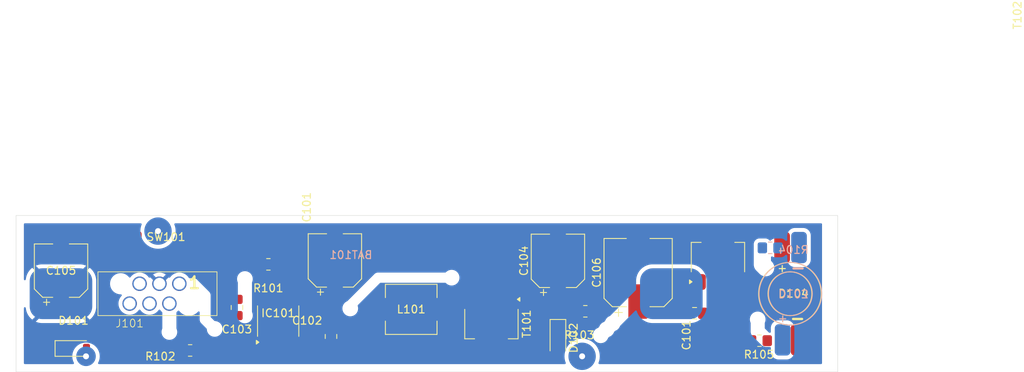
<source format=kicad_pcb>
(kicad_pcb (version 20240108) (generator "pcbnew") (generator_version "8.0")
  (layers (0 "F.Cu" signal) (31 "B.Cu" signal) (34 "B.Paste" user) (35 "F.Paste" user) (36 "B.SilkS" user "B.Silkscreen") (37 "F.SilkS" user "F.Silkscreen") (38 "B.Mask" user) (39 "F.Mask" user) (44 "Edge.Cuts" user))
  (net 0 "")
  (net 1 "GND")
  (net 2 "/PWR_MCU")
  (net 3 "/Reed")
  (net 4 "/ICSPDAT")
  (net 5 "Flash_on")
  (net 6 "+BATT")
  (net 7 "/ICSPCLK")
  (net 8 "/MCLR!")
  (net 9 "/LED_PWR")
  (net 10 "/A1")
  (net 11 "/A2")
  (net 12 "Net-(D102-K)")
  (net 13 "/SW_OUT")
  (net 14 "Net-(D103-K)")
  (net 15 "SW_IN")
  (footprint "Capacitor_SMD:CP_Elec_6.3x7.7" (layer "F.Cu") (at 119.25 105.8 90)
    (property "Reference" "C104" (at 0 -4.35 90) (layer "F.SilkS"))
    (property "Value" "100µF/10V")
    (fp_line (start 3.41 -3.41) (end 3.41 -1.06) (stroke (width 0.12)) (layer "F.SilkS"))
    (fp_line (start -2.345563 -3.41) (end 3.41 -3.41) (stroke (width 0.12)) (layer "F.SilkS"))
    (fp_line (start -3.41 -2.345563) (end -2.345563 -3.41) (stroke (width 0.12)) (layer "F.SilkS"))
    (fp_line (start -3.41 -2.345563) (end -3.41 -1.06) (stroke (width 0.12)) (layer "F.SilkS"))
    (fp_line (start -4.04375 -2.24125) (end -4.04375 -1.45375) (stroke (width 0.12)) (layer "F.SilkS"))
    (fp_line (start -4.4375 -1.8475) (end -3.65 -1.8475) (stroke (width 0.12)) (layer "F.SilkS"))
    (fp_line (start -3.41 2.345563) (end -3.41 1.06) (stroke (width 0.12)) (layer "F.SilkS"))
    (fp_line (start -3.41 2.345563) (end -2.345563 3.41) (stroke (width 0.12)) (layer "F.SilkS"))
    (fp_line (start 3.41 3.41) (end 3.41 1.06) (stroke (width 0.12)) (layer "F.SilkS"))
    (fp_line (start -2.345563 3.41) (end 3.41 3.41) (stroke (width 0.12)) (layer "F.SilkS"))
    (pad "1" smd roundrect (at -2.7 0 90) (size 3.5 1.6) (layers "F.Cu" "F.Paste" "F.Mask") (roundrect_rratio 0.15625) (net 12 "Net-(D102-K)"))
    (pad "2" smd roundrect (at 2.7 0 90) (size 3.5 1.6) (layers "F.Cu" "F.Paste" "F.Mask") (roundrect_rratio 0.15625) (net 1 "GND"))
  )
  (footprint "Package_TO_SOT_SMD:SOT-223-3_TabPin2" (layer "F.Cu") (at 139.7 105.35 90)
    (property "Reference" "T102" (at 30.95 38.275 90) (layer "F.SilkS"))
    (property "Value" "BUK7880-55A")
    (fp_line (start 1.91 -3.41) (end 1.91 -2.15) (stroke (width 0.12)) (layer "F.SilkS"))
    (fp_line (start -1.85 -3.41) (end 1.91 -3.41) (stroke (width 0.12)) (layer "F.SilkS"))
    (fp_line (start 1.91 3.41) (end 1.91 2.15) (stroke (width 0.12)) (layer "F.SilkS"))
    (fp_line (start -1.85 3.41) (end 1.91 3.41) (stroke (width 0.12)) (layer "F.SilkS"))
    (fp_poly (pts (xy -3.13 -3.31) (xy -3.37 -3.64) (xy -2.89 -3.64) (xy -3.13 -3.31)) (stroke (width 0.12)) (fill solid) (layer "F.SilkS"))
    (pad "1" smd roundrect (at -3.15 -2.3 90) (size 2 1.5) (layers "F.Cu" "F.Paste" "F.Mask") (net 5 "Flash_on"))
    (pad "2" smd roundrect (at -3.15 0 90) (size 2 1.5) (layers "F.Cu" "F.Paste" "F.Mask") (net 14 "Net-(D103-K)"))
    (pad "2" smd roundrect (at 3.15 0 90) (size 2 3.8) (layers "F.Cu" "F.Paste" "F.Mask") (net 14 "Net-(D103-K)"))
    (pad "3" smd roundrect (at -3.15 2.3 90) (size 2 1.5) (layers "F.Cu" "F.Paste" "F.Mask") (net 1 "GND"))
  )
  (footprint "Package_TO_SOT_SMD:SOT-223-3_TabPin2" (layer "F.Cu") (at 110.75 113.85 -90)
    (property "Reference" "T101" (at 0 -4.5 90) (layer "F.SilkS"))
    (property "Value" "BUK7880-55A")
    (fp_line (start -1.85 3.41) (end 1.91 3.41) (stroke (width 0.12)) (layer "F.SilkS"))
    (fp_line (start 1.91 3.41) (end 1.91 2.15) (stroke (width 0.12)) (layer "F.SilkS"))
    (fp_line (start -1.85 -3.41) (end 1.91 -3.41) (stroke (width 0.12)) (layer "F.SilkS"))
    (fp_line (start 1.91 -3.41) (end 1.91 -2.15) (stroke (width 0.12)) (layer "F.SilkS"))
    (fp_poly (pts (xy -3.13 -3.31) (xy -3.37 -3.64) (xy -2.89 -3.64) (xy -3.13 -3.31)) (stroke (width 0.12)) (fill solid) (layer "F.SilkS"))
    (pad "1" smd roundrect (at -3.15 -2.3 270) (size 2 1.5) (layers "F.Cu" "F.Paste" "F.Mask") (net 15 "SW_IN"))
    (pad "2" smd roundrect (at -3.15 0 270) (size 2 1.5) (layers "F.Cu" "F.Paste" "F.Mask") (net 13 "/SW_OUT"))
    (pad "2" smd roundrect (at 3.15 0 270) (size 2 3.8) (layers "F.Cu" "F.Paste" "F.Mask") (net 13 "/SW_OUT"))
    (pad "3" smd roundrect (at -3.15 2.3 270) (size 2 1.5) (layers "F.Cu" "F.Paste" "F.Mask") (net 1 "GND"))
  )
  (footprint "Resistor_SMD:R_0805_2012Metric_Pad1.20x1.40mm_HandSolder" (layer "F.Cu") (at 82.25 106.25)
    (property "Reference" "R101" (at -0.016 3.048 0) (layer "F.SilkS"))
    (property "Value" "10K")
    (fp_line (start -0.227064 -0.735) (end 0.227064 -0.735) (stroke (width 0.12)) (layer "F.SilkS"))
    (fp_line (start -0.227064 0.735) (end 0.227064 0.735) (stroke (width 0.12)) (layer "F.SilkS"))
    (pad "1" smd roundrect (at -1 0) (size 1.2 1.4) (layers "F.Cu" "F.Paste" "F.Mask") (roundrect_rratio 0.208333) (net 2 "/PWR_MCU"))
    (pad "2" smd roundrect (at 1 0) (size 1.2 1.4) (layers "F.Cu" "F.Paste" "F.Mask") (roundrect_rratio 0.208333) (net 3 "/Reed"))
  )
  (footprint "Capacitor_SMD:CP_Elec_6.3x7.7" (layer "F.Cu") (at 55.75 107.05 90)
    (property "Reference" "C105" (at 0 0 0) (layer "F.SilkS"))
    (property "Value" "100µF/10V")
    (fp_line (start 3.41 -3.41) (end 3.41 -1.06) (stroke (width 0.12)) (layer "F.SilkS"))
    (fp_line (start -2.345563 -3.41) (end 3.41 -3.41) (stroke (width 0.12)) (layer "F.SilkS"))
    (fp_line (start -3.41 -2.345563) (end -2.345563 -3.41) (stroke (width 0.12)) (layer "F.SilkS"))
    (fp_line (start -3.41 -2.345563) (end -3.41 -1.06) (stroke (width 0.12)) (layer "F.SilkS"))
    (fp_line (start -4.04375 -2.24125) (end -4.04375 -1.45375) (stroke (width 0.12)) (layer "F.SilkS"))
    (fp_line (start -4.4375 -1.8475) (end -3.65 -1.8475) (stroke (width 0.12)) (layer "F.SilkS"))
    (fp_line (start -3.41 2.345563) (end -3.41 1.06) (stroke (width 0.12)) (layer "F.SilkS"))
    (fp_line (start -3.41 2.345563) (end -2.345563 3.41) (stroke (width 0.12)) (layer "F.SilkS"))
    (fp_line (start 3.41 3.41) (end 3.41 1.06) (stroke (width 0.12)) (layer "F.SilkS"))
    (fp_line (start -2.345563 3.41) (end 3.41 3.41) (stroke (width 0.12)) (layer "F.SilkS"))
    (pad "1" smd roundrect (at -2.7 0 90) (size 3.5 1.6) (layers "F.Cu" "F.Paste" "F.Mask") (roundrect_rratio 0.15625) (net 2 "/PWR_MCU"))
    (pad "2" smd roundrect (at 2.7 0 90) (size 3.5 1.6) (layers "F.Cu" "F.Paste" "F.Mask") (roundrect_rratio 0.15625) (net 1 "GND"))
  )
  (footprint "Capacitor_SMD:CP_Elec_6.3x7.7" (layer "F.Cu") (at 90.75 105.75 90)
    (property "Reference" "C101" (at 6.8 -3.6 90) (layer "F.SilkS"))
    (property "Value" "100µF/10V")
    (fp_line (start 3.41 -3.41) (end 3.41 -1.06) (stroke (width 0.12)) (layer "F.SilkS"))
    (fp_line (start -2.345563 -3.41) (end 3.41 -3.41) (stroke (width 0.12)) (layer "F.SilkS"))
    (fp_line (start -3.41 -2.345563) (end -2.345563 -3.41) (stroke (width 0.12)) (layer "F.SilkS"))
    (fp_line (start -3.41 -2.345563) (end -3.41 -1.06) (stroke (width 0.12)) (layer "F.SilkS"))
    (fp_line (start -4.04375 -2.24125) (end -4.04375 -1.45375) (stroke (width 0.12)) (layer "F.SilkS"))
    (fp_line (start -4.4375 -1.8475) (end -3.65 -1.8475) (stroke (width 0.12)) (layer "F.SilkS"))
    (fp_line (start -3.41 2.345563) (end -3.41 1.06) (stroke (width 0.12)) (layer "F.SilkS"))
    (fp_line (start -3.41 2.345563) (end -2.345563 3.41) (stroke (width 0.12)) (layer "F.SilkS"))
    (fp_line (start 3.41 3.41) (end 3.41 1.06) (stroke (width 0.12)) (layer "F.SilkS"))
    (fp_line (start -2.345563 3.41) (end 3.41 3.41) (stroke (width 0.12)) (layer "F.SilkS"))
    (pad "1" smd roundrect (at -2.7 0 90) (size 3.5 1.6) (layers "F.Cu" "F.Paste" "F.Mask") (roundrect_rratio 0.15625) (net 6 "+BATT"))
    (pad "2" smd roundrect (at 2.7 0 90) (size 3.5 1.6) (layers "F.Cu" "F.Paste" "F.Mask") (roundrect_rratio 0.15625) (net 1 "GND"))
  )
  (footprint "Diode_SMD:D_SOD-123" (layer "F.Cu") (at 119.25 115.65 -90)
    (property "Reference" "D102" (at 0 -2 90) (layer "F.SilkS"))
    (property "Value" "BAV16W")
    (fp_line (start -2.36 1) (end 1.65 1) (stroke (width 0.12)) (layer "F.SilkS"))
    (fp_line (start -2.36 -1) (end -2.36 1) (stroke (width 0.12)) (layer "F.SilkS"))
    (fp_line (start -2.36 -1) (end 1.65 -1) (stroke (width 0.12)) (layer "F.SilkS"))
    (pad "1" smd roundrect (at -1.65 0 270) (size 0.9 1.2) (layers "F.Cu" "F.Paste" "F.Mask") (net 12 "Net-(D102-K)"))
    (pad "2" smd roundrect (at 1.65 0 270) (size 0.9 1.2) (layers "F.Cu" "F.Paste" "F.Mask") (net 13 "/SW_OUT"))
  )
  (footprint "Resistor_SMD:R_0805_2012Metric_Pad1.20x1.40mm_HandSolder" (layer "F.Cu") (at 122.75 112.25 180)
    (property "Reference" "R103" (at 0.762 -3.048 0) (layer "F.SilkS"))
    (property "Value" "0.68")
    (fp_line (start -0.227064 0.735) (end 0.227064 0.735) (stroke (width 0.12)) (layer "F.SilkS"))
    (fp_line (start -0.227064 -0.735) (end 0.227064 -0.735) (stroke (width 0.12)) (layer "F.SilkS"))
    (pad "1" smd roundrect (at -1 0 180) (size 1.2 1.4) (layers "F.Cu" "F.Paste" "F.Mask") (roundrect_rratio 0.208333) (net 9 "/LED_PWR"))
    (pad "2" smd roundrect (at 1 0 180) (size 1.2 1.4) (layers "F.Cu" "F.Paste" "F.Mask") (roundrect_rratio 0.208333) (net 12 "Net-(D102-K)"))
  )
  (footprint "Capacitor_SMD:CP_Elec_8x10.5" (layer "F.Cu") (at 129.5 107.3 90)
    (property "Reference" "C106" (at 0 -5.3 90) (layer "F.SilkS"))
    (property "Value" "470µF/10V")
    (fp_line (start 4.36 -4.36) (end 4.36 -1.51) (stroke (width 0.12)) (layer "F.SilkS"))
    (fp_line (start -3.295563 -4.36) (end 4.36 -4.36) (stroke (width 0.12)) (layer "F.SilkS"))
    (fp_line (start -4.36 -3.295563) (end -3.295563 -4.36) (stroke (width 0.12)) (layer "F.SilkS"))
    (fp_line (start -4.36 -3.295563) (end -4.36 -1.51) (stroke (width 0.12)) (layer "F.SilkS"))
    (fp_line (start -5.1 -3.01) (end -5.1 -2.01) (stroke (width 0.12)) (layer "F.SilkS"))
    (fp_line (start -5.6 -2.51) (end -4.6 -2.51) (stroke (width 0.12)) (layer "F.SilkS"))
    (fp_line (start -4.36 3.295563) (end -4.36 1.51) (stroke (width 0.12)) (layer "F.SilkS"))
    (fp_line (start -4.36 3.295563) (end -3.295563 4.36) (stroke (width 0.12)) (layer "F.SilkS"))
    (fp_line (start 4.36 4.36) (end 4.36 1.51) (stroke (width 0.12)) (layer "F.SilkS"))
    (fp_line (start -3.295563 4.36) (end 4.36 4.36) (stroke (width 0.12)) (layer "F.SilkS"))
    (pad "1" smd roundrect (at -3.7 0 90) (size 4.4 2.5) (layers "F.Cu" "F.Paste" "F.Mask") (roundrect_rratio 0.1) (net 9 "/LED_PWR"))
    (pad "2" smd roundrect (at 3.7 0 90) (size 4.4 2.5) (layers "F.Cu" "F.Paste" "F.Mask") (roundrect_rratio 0.1) (net 1 "GND"))
  )
  (footprint "Resistor_SMD:R_0805_2012Metric_Pad1.20x1.40mm_HandSolder" (layer "F.Cu") (at 72.25 117.25)
    (property "Reference" "R102" (at -3.81 0.762 0) (layer "F.SilkS"))
    (property "Value" "10K")
    (fp_line (start -0.227064 -0.735) (end 0.227064 -0.735) (stroke (width 0.12)) (layer "F.SilkS"))
    (fp_line (start -0.227064 0.735) (end 0.227064 0.735) (stroke (width 0.12)) (layer "F.SilkS"))
    (pad "1" smd roundrect (at -1 0) (size 1.2 1.4) (layers "F.Cu" "F.Paste" "F.Mask") (roundrect_rratio 0.208333) (net 2 "/PWR_MCU"))
    (pad "2" smd roundrect (at 1 0) (size 1.2 1.4) (layers "F.Cu" "F.Paste" "F.Mask") (roundrect_rratio 0.208333) (net 8 "/MCLR!"))
  )
  (footprint "Package_SO:SSOP-8_3.9x5.05mm_P1.27mm" (layer "F.Cu") (at 83.5 113.5 90)
    (property "Reference" "IC101" (at 1.016 0 0) (layer "F.SilkS"))
    (property "Value" "PIC16LF15313")
    (fp_line (start 0 -2.635) (end 1.95 -2.635) (stroke (width 0.12)) (layer "F.SilkS"))
    (fp_line (start 0 -2.635) (end -1.95 -2.635) (stroke (width 0.12)) (layer "F.SilkS"))
    (fp_line (start 0 2.635) (end 1.95 2.635) (stroke (width 0.12)) (layer "F.SilkS"))
    (fp_line (start 0 2.635) (end -1.95 2.635) (stroke (width 0.12)) (layer "F.SilkS"))
    (fp_poly (pts (xy -2.7 -2.465) (xy -2.94 -2.795) (xy -2.46 -2.795) (xy -2.7 -2.465)) (stroke (width 0.12)) (fill solid) (layer "F.SilkS"))
    (pad "1" smd roundrect (at -2.675 -1.905 90) (size 1.55 0.6) (layers "F.Cu" "F.Paste" "F.Mask") (net 2 "/PWR_MCU"))
    (pad "2" smd roundrect (at -2.675 -0.635 90) (size 1.55 0.6) (layers "F.Cu" "F.Paste" "F.Mask") (net 15 "SW_IN"))
    (pad "3" smd roundrect (at -2.675 0.635 90) (size 1.55 0.6) (layers "F.Cu" "F.Paste" "F.Mask") (net 5 "Flash_on"))
    (pad "4" smd roundrect (at -2.675 1.905 90) (size 1.55 0.6) (layers "F.Cu" "F.Paste" "F.Mask") (net 8 "/MCLR!"))
    (pad "5" smd roundrect (at 2.675 1.905 90) (size 1.55 0.6) (layers "F.Cu" "F.Paste" "F.Mask") (net 3 "/Reed"))
    (pad "6" smd roundrect (at 2.675 0.635 90) (size 1.55 0.6) (layers "F.Cu" "F.Paste" "F.Mask") (net 7 "/ICSPCLK"))
    (pad "7" smd roundrect (at 2.675 -0.635 90) (size 1.55 0.6) (layers "F.Cu" "F.Paste" "F.Mask") (net 4 "/ICSPDAT"))
    (pad "8" smd roundrect (at 2.675 -1.905 90) (size 1.55 0.6) (layers "F.Cu" "F.Paste" "F.Mask") (net 1 "GND"))
  )
  (footprint "MySkedd:SKEDD-6" (layer "F.Cu") (at 70.866 108.724)
    (property "Reference" "J101" (at -6.35 5.068 0) (layer "F.SilkS") (effects (font (thickness 0.1))))
    (property "Value" "SKEDD6")
    (fp_rect (start -10.399 -1.524) (end 4.811 4.076) (stroke (width 0.1)) (fill none) (layer "F.SilkS"))
    (fp_text user "1" (at 1.016 0.762 0) (layer "F.SilkS") (effects (font (size 1.5 1.5) (thickness 0.3) (bold yes)) (justify left bottom)))
    (pad "" np_thru_hole circle (at -7.5 0) (size 2.2 2.2) (drill 2.2) (layers "F&B.Cu" "*.Mask"))
    (pad "" np_thru_hole circle (at 1.23 2.54) (size 2.6 2.6) (drill 2.6) (layers "F&B.Cu" "*.Mask"))
    (pad "1" thru_hole circle (at 0 0) (size 1.85 1.85) (drill 1.5) (layers "*.Cu" "*.Mask") (net 8 "/MCLR!"))
    (pad "2" thru_hole circle (at -1.27 2.54) (size 1.85 1.85) (drill 1.5) (layers "*.Cu" "*.Mask") (net 2 "/PWR_MCU"))
    (pad "3" thru_hole circle (at -2.54 0) (size 1.85 1.85) (drill 1.5) (layers "*.Cu" "*.Mask") (net 1 "GND"))
    (pad "4" thru_hole circle (at -3.81 2.54) (size 1.85 1.85) (drill 1.5) (layers "*.Cu" "*.Mask") (net 4 "/ICSPDAT"))
    (pad "5" thru_hole circle (at -5.08 0) (size 1.85 1.85) (drill 1.5) (layers "*.Cu" "*.Mask") (net 7 "/ICSPCLK"))
    (pad "6" thru_hole circle (at -6.35 2.54) (size 1.85 1.85) (drill 1.5) (layers "*.Cu" "*.Mask"))
  )
  (footprint "Inductor_SMD:L_6.3x6.3_H3" (layer "F.Cu") (at 100.5 112)
    (property "Reference" "L101" (at 0 0 0) (layer "F.SilkS"))
    (property "Value" "330µH")
    (fp_line (start -3.3 -3.2) (end 3.3 -3.2) (stroke (width 0.12)) (layer "F.SilkS"))
    (fp_line (start -3.3 -1.5) (end -3.3 -3.2) (stroke (width 0.12)) (layer "F.SilkS"))
    (fp_line (start -3.3 3.2) (end -3.3 1.5) (stroke (width 0.12)) (layer "F.SilkS"))
    (fp_line (start 3.3 -3.2) (end 3.3 -1.5) (stroke (width 0.12)) (layer "F.SilkS"))
    (fp_line (start 3.3 1.5) (end 3.3 3.2) (stroke (width 0.12)) (layer "F.SilkS"))
    (fp_line (start 3.3 3.2) (end -3.3 3.2) (stroke (width 0.12)) (layer "F.SilkS"))
    (pad "1" smd rect (at -2.75 0) (size 1.5 2.4) (layers "F.Cu" "F.Paste" "F.Mask") (net 6 "+BATT"))
    (pad "2" smd rect (at 2.75 0) (size 1.5 2.4) (layers "F.Cu" "F.Paste" "F.Mask") (net 13 "/SW_OUT"))
  )
  (footprint "Capacitor_SMD:C_0805_2012Metric_Pad1.18x1.45mm_HandSolder" (layer "F.Cu") (at 90.25 115.4625 90)
    (property "Reference" "C102" (at 2.032 -3.048 180) (layer "F.SilkS"))
    (property "Value" "100nF")
    (fp_line (start -0.261252 -0.735) (end 0.261252 -0.735) (stroke (width 0.12)) (layer "F.SilkS"))
    (fp_line (start -0.261252 0.735) (end 0.261252 0.735) (stroke (width 0.12)) (layer "F.SilkS"))
    (pad "1" smd roundrect (at -1.0375 0 90) (size 1.175 1.45) (layers "F.Cu" "F.Paste" "F.Mask") (roundrect_rratio 0.212766) (net 6 "+BATT"))
    (pad "2" smd roundrect (at 1.0375 0 90) (size 1.175 1.45) (layers "F.Cu" "F.Paste" "F.Mask") (roundrect_rratio 0.212766) (net 1 "GND"))
  )
  (footprint "Capacitor_SMD:C_0805_2012Metric_Pad1.18x1.45mm_HandSolder" (layer "F.Cu") (at 136.7125 112.5)
    (property "Reference" "C101" (at -1.0375 2.794 90) (layer "F.SilkS"))
    (property "Value" "330nF")
    (fp_line (start -0.261252 -0.735) (end 0.261252 -0.735) (stroke (width 0.12)) (layer "F.SilkS"))
    (fp_line (start -0.261252 0.735) (end 0.261252 0.735) (stroke (width 0.12)) (layer "F.SilkS"))
    (pad "1" smd roundrect (at -1.0375 0) (size 1.175 1.45) (layers "F.Cu" "F.Paste" "F.Mask") (roundrect_rratio 0.212766) (net 9 "/LED_PWR"))
    (pad "2" smd roundrect (at 1.0375 0) (size 1.175 1.45) (layers "F.Cu" "F.Paste" "F.Mask") (roundrect_rratio 0.212766) (net 1 "GND"))
  )
  (footprint "Resistor_SMD:R_0805_2012Metric_Pad1.20x1.40mm_HandSolder" (layer "F.Cu") (at 145 116)
    (property "Reference" "R105" (at -0.056 1.778 0) (layer "F.SilkS"))
    (property "Value" "0.47")
    (fp_line (start -0.227064 -0.735) (end 0.227064 -0.735) (stroke (width 0.12)) (layer "F.SilkS"))
    (fp_line (start -0.227064 0.735) (end 0.227064 0.735) (stroke (width 0.12)) (layer "F.SilkS"))
    (pad "1" smd roundrect (at -1 0) (size 1.2 1.4) (layers "F.Cu" "F.Paste" "F.Mask") (roundrect_rratio 0.208333) (net 9 "/LED_PWR"))
    (pad "2" smd roundrect (at 1 0) (size 1.2 1.4) (layers "F.Cu" "F.Paste" "F.Mask") (roundrect_rratio 0.208333) (net 11 "/A2"))
  )
  (footprint "Capacitor_SMD:C_0805_2012Metric_Pad1.18x1.45mm_HandSolder" (layer "F.Cu") (at 78.232 111.76 90)
    (property "Reference" "C103" (at -2.794 0 0) (layer "F.SilkS"))
    (property "Value" "100nF")
    (fp_line (start -0.261252 -0.735) (end 0.261252 -0.735) (stroke (width 0.12)) (layer "F.SilkS"))
    (fp_line (start -0.261252 0.735) (end 0.261252 0.735) (stroke (width 0.12)) (layer "F.SilkS"))
    (pad "1" smd roundrect (at -1.0375 0 90) (size 1.175 1.45) (layers "F.Cu" "F.Paste" "F.Mask") (roundrect_rratio 0.212766) (net 2 "/PWR_MCU"))
    (pad "2" smd roundrect (at 1.0375 0 90) (size 1.175 1.45) (layers "F.Cu" "F.Paste" "F.Mask") (roundrect_rratio 0.212766) (net 1 "GND"))
  )
  (footprint "MyLED:LPB200XX" (layer "F.Cu") (at 148.9 110)
    (property "Reference" "D104" (at 0.452 -0.018 0) (layer "F.SilkS"))
    (property "Value" "LB-P200W2C-H3")
    (fp_circle (center 0 0) (end 2.8 0) (stroke (width 0.12)) (fill none) (layer "F.SilkS"))
    (fp_circle (center 0 0) (end 4 0) (stroke (width 0.12)) (fill none) (layer "F.SilkS"))
    (fp_text user "-" (at 2.1 4 0) (layer "F.SilkS") (effects (font (size 1.5 1.5) (thickness 0.3) (bold yes)) (justify left bottom mirror)))
    (fp_text user "+" (at -1.7 -2.7 0) (layer "F.SilkS") (effects (justify left bottom)))
    (pad "1" smd roundrect (at -1 -5.9 270) (size 4.0025 2.0025) (layers "F.Cu" "F.Paste" "F.Mask") (net 14 "Net-(D103-K)"))
    (pad "2" smd roundrect (at 1.1 5.9 270) (size 4.0025 2.0025) (layers "F.Cu" "F.Paste" "F.Mask") (net 11 "/A2"))
  )
  (footprint "MyReed:Meder MK15-C-2" (layer "F.Cu") (at 74.25 102.75)
    (property "Reference" "SW101" (at -5.08 0 0) (layer "F.SilkS"))
    (property "Value" "MK15-C2")
    (pad "1" smd roundrect (at -9.2 0) (size 2 1.5) (layers "F.Cu" "F.Paste" "F.Mask") (net 1 "GND"))
    (pad "2" smd roundrect (at 9.2 0) (size 2 1.5) (layers "F.Cu" "F.Paste" "F.Mask") (net 3 "/Reed"))
  )
  (footprint "Diode_SMD:D_SOD-123" (layer "F.Cu") (at 57.35 117)
    (property "Reference" "D101" (at 0 -3.556 0) (layer "F.SilkS"))
    (property "Value" "BAV16W")
    (fp_line (start -2.36 -1) (end -2.36 1) (stroke (width 0.12)) (layer "F.SilkS"))
    (fp_line (start -2.36 -1) (end 1.65 -1) (stroke (width 0.12)) (layer "F.SilkS"))
    (fp_line (start -2.36 1) (end 1.65 1) (stroke (width 0.12)) (layer "F.SilkS"))
    (pad "1" smd roundrect (at -1.65 0) (size 0.9 1.2) (layers "F.Cu" "F.Paste" "F.Mask") (net 2 "/PWR_MCU"))
    (pad "2" smd roundrect (at 1.65 0) (size 0.9 1.2) (layers "F.Cu" "F.Paste" "F.Mask") (net 6 "+BATT"))
  )
  (footprint "Resistor_SMD:R_0805_2012Metric_Pad1.20x1.40mm_HandSolder" (layer "B.Cu") (at 146.376 104.14)
    (property "Reference" "R104" (at 2.976 0.254 0) (layer "B.SilkS") (effects (justify mirror)))
    (property "Value" "0.47")
    (fp_line (start 0.227064 -0.735) (end -0.227064 -0.735) (stroke (width 0.12)) (layer "B.SilkS"))
    (fp_line (start 0.227064 0.735) (end -0.227064 0.735) (stroke (width 0.12)) (layer "B.SilkS"))
    (pad "1" smd roundrect (at -1 0) (size 1.2 1.4) (layers "B.Cu" "B.Paste" "B.Mask") (roundrect_rratio 0.208333) (net 9 "/LED_PWR"))
    (pad "2" smd roundrect (at 1 0) (size 1.2 1.4) (layers "B.Cu" "B.Paste" "B.Mask") (roundrect_rratio 0.208333) (net 10 "/A1"))
  )
  (footprint "MyLED:LPB200XX" (layer "B.Cu") (at 148.96 110)
    (property "Reference" "D103" (at 0.392 -0.018 180) (layer "B.SilkS") (effects (justify mirror)))
    (property "Value" "LB-P200W2C-H3")
    (fp_circle (center 0 0) (end 2.8 0) (stroke (width 0.12)) (fill none) (layer "B.SilkS"))
    (fp_circle (center 0 0) (end 4 0) (stroke (width 0.12)) (fill none) (layer "B.SilkS"))
    (fp_text user "-" (at 2.1 -4 180) (layer "B.SilkS") (effects (font (size 1.5 1.5) (thickness 0.3) (bold yes)) (justify left bottom)))
    (fp_text user "+" (at -1.7 2.7 180) (layer "B.SilkS") (effects (justify left bottom mirror)))
    (pad "1" smd roundrect (at -1 5.9 90) (size 4.0025 2.0025) (layers "B.Cu" "B.Paste" "B.Mask") (net 14 "Net-(D103-K)"))
    (pad "2" smd roundrect (at 1.1 -5.9 90) (size 4.0025 2.0025) (layers "B.Cu" "B.Paste" "B.Mask") (net 10 "/A1"))
  )
  (footprint "MyPower:KEYSTONE_1042" (layer "B.Cu") (at 94.742 110 180)
    (property "Reference" "BAT101" (at 1.95 4.95 0) (layer "B.SilkS") (effects (justify mirror)))
    (property "Value" "KEYSTONE Battery Holder 1042")
    (pad "" np_thru_hole circle (at -27.6 -8 180) (size 3.5 3.5) (drill 0.762) (layers "In1.Cu" "In2.Cu" "In3.Cu" "In4.Cu" "In5.Cu" "In6.Cu" "In7.Cu" "In8.Cu" "In9.Cu" "In10.Cu" "In11.Cu" "In12.Cu" "In13.Cu" "In14.Cu" "In15.Cu" "In16.Cu" "In17.Cu" "In18.Cu" "In19.Cu" "In20.Cu" "In21.Cu" "In22.Cu" "In23.Cu" "In24.Cu" "In25.Cu" "In26.Cu" "In27.Cu" "In28.Cu" "In29.Cu" "In30.Cu" "B.Cu" "B.Paste" "B.Mask"))
    (pad "" np_thru_hole circle (at 26.6 8 180) (size 3.5 3.5) (drill 0.762) (layers "In1.Cu" "In2.Cu" "In3.Cu" "In4.Cu" "In5.Cu" "In6.Cu" "In7.Cu" "In8.Cu" "In9.Cu" "In10.Cu" "In11.Cu" "In12.Cu" "In13.Cu" "In14.Cu" "In15.Cu" "In16.Cu" "In17.Cu" "In18.Cu" "In19.Cu" "In20.Cu" "In21.Cu" "In22.Cu" "In23.Cu" "In24.Cu" "In25.Cu" "In26.Cu" "In27.Cu" "In28.Cu" "In29.Cu" "In30.Cu" "B.Cu" "B.Paste" "B.Mask"))
    (pad "" np_thru_hole circle (at 35.8 -8 180) (size 2.5 2.5) (drill 0.762) (layers "In1.Cu" "In2.Cu" "In3.Cu" "In4.Cu" "In5.Cu" "In6.Cu" "In7.Cu" "In8.Cu" "In9.Cu" "In10.Cu" "In11.Cu" "In12.Cu" "In13.Cu" "In14.Cu" "In15.Cu" "In16.Cu" "In17.Cu" "In18.Cu" "In19.Cu" "In20.Cu" "In21.Cu" "In22.Cu" "In23.Cu" "In24.Cu" "In25.Cu" "In26.Cu" "In27.Cu" "In28.Cu" "In29.Cu" "In30.Cu" "B.Cu" "B.Paste" "B.Mask"))
    (pad "1" smd roundrect (at -39 0 180) (size 8 6.5) (layers "B.Cu" "B.Paste" "B.Mask") (net 6 "+BATT"))
    (pad "2" smd roundrect (at 39 0 180) (size 8 6.5) (layers "B.Cu" "B.Paste" "B.Mask") (net 1 "GND"))
  )
  (gr_rect (start 50 100) (end 155 120) (stroke (width 0.05)) (fill none) (layer "Edge.Cuts"))
  (gr_text "Diver flasher" (at 96.75 103.25 0) (layer "F.Cu") (effects (font (size 1.5 1.5) (thickness 0.3) (bold yes)) (justify left bottom)))
  (gr_text "V1.1" (at 97 105.75 0) (layer "F.Cu") (effects (font (size 1.5 1.5) (thickness 0.3) (bold yes)) (justify left bottom)))
  (zone (net 1) (net_name "GND") (layer "B.Cu") (connect_pads (clearance 0.5)) (min_thickness 0.25) (fill yes (thermal_gap 0.5) (thermal_bridge_width 0.5))
    (polygon (pts (xy 51 101) (xy 153 101) (xy 153 119) (xy 51 119)))
  )
)
</source>
